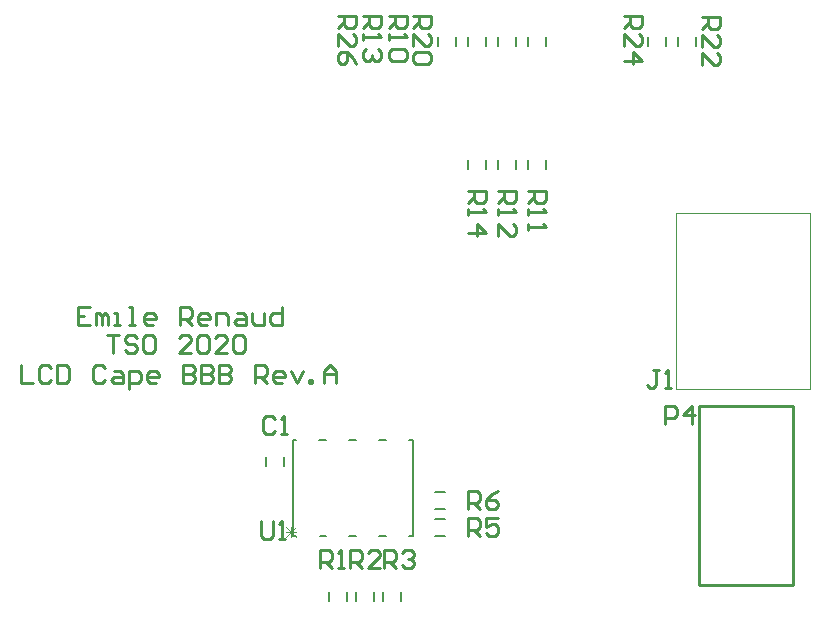
<source format=gto>
G04*
G04 #@! TF.GenerationSoftware,Altium Limited,Altium Designer,20.0.7 (75)*
G04*
G04 Layer_Color=65535*
%FSLAX44Y44*%
%MOMM*%
G71*
G01*
G75*
%ADD10C,0.2000*%
%ADD11C,0.2540*%
%ADD12C,0.1000*%
%ADD13C,0.1524*%
%ADD14C,0.0762*%
D10*
X559950Y562420D02*
Y570420D01*
X544950Y562420D02*
Y570420D01*
X570350Y562420D02*
Y570420D01*
X585350Y562420D02*
Y570420D01*
X763150Y562420D02*
Y570420D01*
X748150Y562420D02*
Y570420D01*
X737750Y562420D02*
Y570420D01*
X722750Y562420D02*
Y570420D01*
X636150Y562420D02*
Y570420D01*
X621150Y562420D02*
Y570420D01*
X595750Y562420D02*
Y570420D01*
X610750Y562420D02*
Y570420D01*
X621150Y458280D02*
Y466280D01*
X636150Y458280D02*
Y466280D01*
X610750Y458280D02*
Y466280D01*
X595750Y458280D02*
Y466280D01*
X585350Y458280D02*
Y466280D01*
X570350Y458280D02*
Y466280D01*
X542100Y170300D02*
X550100D01*
X542100Y185300D02*
X550100D01*
X542100Y162440D02*
X550100D01*
X542100Y147440D02*
X550100D01*
X497960Y92520D02*
Y100520D01*
X512960Y92520D02*
Y100520D01*
X467240Y92520D02*
Y100520D01*
X452240Y92520D02*
Y100520D01*
X475100Y92520D02*
Y100520D01*
X490100Y92520D02*
Y100520D01*
X413900Y206820D02*
Y214820D01*
X398900Y206820D02*
Y214820D01*
D11*
X765180Y257810D02*
X845180D01*
X765180Y106210D02*
Y257810D01*
Y106210D02*
X845180D01*
Y156210D02*
Y257810D01*
Y106210D02*
Y156210D01*
X191770Y292095D02*
Y276860D01*
X201927D01*
X217162Y289556D02*
X214623Y292095D01*
X209544D01*
X207005Y289556D01*
Y279399D01*
X209544Y276860D01*
X214623D01*
X217162Y279399D01*
X222240Y292095D02*
Y276860D01*
X229858D01*
X232397Y279399D01*
Y289556D01*
X229858Y292095D01*
X222240D01*
X262867Y289556D02*
X260328Y292095D01*
X255250D01*
X252710Y289556D01*
Y279399D01*
X255250Y276860D01*
X260328D01*
X262867Y279399D01*
X270485Y287017D02*
X275563D01*
X278102Y284478D01*
Y276860D01*
X270485D01*
X267945Y279399D01*
X270485Y281938D01*
X278102D01*
X283180Y271782D02*
Y287017D01*
X290798D01*
X293337Y284478D01*
Y279399D01*
X290798Y276860D01*
X283180D01*
X306033D02*
X300955D01*
X298416Y279399D01*
Y284478D01*
X300955Y287017D01*
X306033D01*
X308572Y284478D01*
Y281938D01*
X298416D01*
X328886Y292095D02*
Y276860D01*
X336503D01*
X339042Y279399D01*
Y281938D01*
X336503Y284478D01*
X328886D01*
X336503D01*
X339042Y287017D01*
Y289556D01*
X336503Y292095D01*
X328886D01*
X344121D02*
Y276860D01*
X351738D01*
X354277Y279399D01*
Y281938D01*
X351738Y284478D01*
X344121D01*
X351738D01*
X354277Y287017D01*
Y289556D01*
X351738Y292095D01*
X344121D01*
X359356D02*
Y276860D01*
X366973D01*
X369512Y279399D01*
Y281938D01*
X366973Y284478D01*
X359356D01*
X366973D01*
X369512Y287017D01*
Y289556D01*
X366973Y292095D01*
X359356D01*
X389826Y276860D02*
Y292095D01*
X397444D01*
X399983Y289556D01*
Y284478D01*
X397444Y281938D01*
X389826D01*
X394904D02*
X399983Y276860D01*
X412678D02*
X407600D01*
X405061Y279399D01*
Y284478D01*
X407600Y287017D01*
X412678D01*
X415218Y284478D01*
Y281938D01*
X405061D01*
X420296Y287017D02*
X425374Y276860D01*
X430453Y287017D01*
X435531Y276860D02*
Y279399D01*
X438070D01*
Y276860D01*
X435531D01*
X448227D02*
Y287017D01*
X453305Y292095D01*
X458384Y287017D01*
Y276860D01*
Y284478D01*
X448227D01*
X264160Y317495D02*
X274317D01*
X269238D01*
Y302260D01*
X289552Y314956D02*
X287013Y317495D01*
X281934D01*
X279395Y314956D01*
Y312417D01*
X281934Y309877D01*
X287013D01*
X289552Y307338D01*
Y304799D01*
X287013Y302260D01*
X281934D01*
X279395Y304799D01*
X302248Y317495D02*
X297169D01*
X294630Y314956D01*
Y304799D01*
X297169Y302260D01*
X302248D01*
X304787Y304799D01*
Y314956D01*
X302248Y317495D01*
X335257Y302260D02*
X325100D01*
X335257Y312417D01*
Y314956D01*
X332718Y317495D01*
X327640D01*
X325100Y314956D01*
X340335D02*
X342874Y317495D01*
X347953D01*
X350492Y314956D01*
Y304799D01*
X347953Y302260D01*
X342874D01*
X340335Y304799D01*
Y314956D01*
X365727Y302260D02*
X355570D01*
X365727Y312417D01*
Y314956D01*
X363188Y317495D01*
X358110D01*
X355570Y314956D01*
X370806D02*
X373345Y317495D01*
X378423D01*
X380962Y314956D01*
Y304799D01*
X378423Y302260D01*
X373345D01*
X370806Y304799D01*
Y314956D01*
X250187Y341625D02*
X240030D01*
Y326390D01*
X250187D01*
X240030Y334007D02*
X245108D01*
X255265Y326390D02*
Y336547D01*
X257804D01*
X260343Y334007D01*
Y326390D01*
Y334007D01*
X262883Y336547D01*
X265422Y334007D01*
Y326390D01*
X270500D02*
X275578D01*
X273039D01*
Y336547D01*
X270500D01*
X283196Y326390D02*
X288274D01*
X285735D01*
Y341625D01*
X283196D01*
X303510Y326390D02*
X298431D01*
X295892Y328929D01*
Y334007D01*
X298431Y336547D01*
X303510D01*
X306049Y334007D01*
Y331468D01*
X295892D01*
X326362Y326390D02*
Y341625D01*
X333980D01*
X336519Y339086D01*
Y334007D01*
X333980Y331468D01*
X326362D01*
X331440D02*
X336519Y326390D01*
X349215D02*
X344136D01*
X341597Y328929D01*
Y334007D01*
X344136Y336547D01*
X349215D01*
X351754Y334007D01*
Y331468D01*
X341597D01*
X356832Y326390D02*
Y336547D01*
X364450D01*
X366989Y334007D01*
Y326390D01*
X374607Y336547D02*
X379685D01*
X382224Y334007D01*
Y326390D01*
X374607D01*
X372067Y328929D01*
X374607Y331468D01*
X382224D01*
X387302Y336547D02*
Y328929D01*
X389841Y326390D01*
X397459D01*
Y336547D01*
X412694Y341625D02*
Y326390D01*
X405077D01*
X402537Y328929D01*
Y334007D01*
X405077Y336547D01*
X412694D01*
X481333Y588004D02*
X496567D01*
Y580386D01*
X494028Y577847D01*
X488950D01*
X486411Y580386D01*
Y588004D01*
Y582925D02*
X481333Y577847D01*
Y572769D02*
Y567690D01*
Y570230D01*
X496567D01*
X494028Y572769D01*
Y560073D02*
X496567Y557534D01*
Y552455D01*
X494028Y549916D01*
X491489D01*
X488950Y552455D01*
Y554995D01*
Y552455D01*
X486411Y549916D01*
X483872D01*
X481333Y552455D01*
Y557534D01*
X483872Y560073D01*
X394973Y160018D02*
Y147322D01*
X397513Y144782D01*
X402591D01*
X405130Y147322D01*
Y160018D01*
X410208Y144782D02*
X415287D01*
X412748D01*
Y160018D01*
X410208Y157478D01*
X459743Y588003D02*
X474978D01*
Y580386D01*
X472438Y577847D01*
X467360D01*
X464821Y580386D01*
Y588003D01*
Y582925D02*
X459743Y577847D01*
Y562612D02*
Y572768D01*
X469899Y562612D01*
X472438D01*
X474978Y565151D01*
Y570229D01*
X472438Y572768D01*
X474978Y547377D02*
X472438Y552455D01*
X467360Y557533D01*
X462282D01*
X459743Y554994D01*
Y549916D01*
X462282Y547377D01*
X464821D01*
X467360Y549916D01*
Y557533D01*
X702312Y588003D02*
X717548D01*
Y580386D01*
X715008Y577847D01*
X709930D01*
X707391Y580386D01*
Y588003D01*
Y582925D02*
X702312Y577847D01*
Y562612D02*
Y572768D01*
X712469Y562612D01*
X715008D01*
X717548Y565151D01*
Y570229D01*
X715008Y572768D01*
X702312Y549916D02*
X717548D01*
X709930Y557533D01*
Y547377D01*
X768353Y586733D02*
X783588D01*
Y579116D01*
X781048Y576577D01*
X775970D01*
X773431Y579116D01*
Y586733D01*
Y581655D02*
X768353Y576577D01*
Y561342D02*
Y571498D01*
X778509Y561342D01*
X781048D01*
X783588Y563881D01*
Y568959D01*
X781048Y571498D01*
X768353Y546106D02*
Y556263D01*
X778509Y546106D01*
X781048D01*
X783588Y548646D01*
Y553724D01*
X781048Y556263D01*
X523242Y588003D02*
X538478D01*
Y580386D01*
X535938Y577847D01*
X530860D01*
X528321Y580386D01*
Y588003D01*
Y582925D02*
X523242Y577847D01*
Y562612D02*
Y572768D01*
X533399Y562612D01*
X535938D01*
X538478Y565151D01*
Y570229D01*
X535938Y572768D01*
Y557533D02*
X538478Y554994D01*
Y549916D01*
X535938Y547377D01*
X525782D01*
X523242Y549916D01*
Y554994D01*
X525782Y557533D01*
X535938D01*
X570233Y439414D02*
X585468D01*
Y431796D01*
X582928Y429257D01*
X577850D01*
X575311Y431796D01*
Y439414D01*
Y434336D02*
X570233Y429257D01*
Y424179D02*
Y419100D01*
Y421640D01*
X585468D01*
X582928Y424179D01*
X570233Y403865D02*
X585468D01*
X577850Y411483D01*
Y401326D01*
X595633Y439414D02*
X610868D01*
Y431796D01*
X608328Y429257D01*
X603250D01*
X600711Y431796D01*
Y439414D01*
Y434336D02*
X595633Y429257D01*
Y424179D02*
Y419100D01*
Y421640D01*
X610868D01*
X608328Y424179D01*
X595633Y401326D02*
Y411483D01*
X605789Y401326D01*
X608328D01*
X610868Y403865D01*
Y408944D01*
X608328Y411483D01*
X621032Y439415D02*
X636268D01*
Y431797D01*
X633728Y429258D01*
X628650D01*
X626111Y431797D01*
Y439415D01*
Y434336D02*
X621032Y429258D01*
Y424180D02*
Y419101D01*
Y421640D01*
X636268D01*
X633728Y424180D01*
X621032Y411484D02*
Y406405D01*
Y408945D01*
X636268D01*
X633728Y411484D01*
X502923Y588004D02*
X518158D01*
Y580386D01*
X515618Y577847D01*
X510540D01*
X508001Y580386D01*
Y588004D01*
Y582925D02*
X502923Y577847D01*
Y572769D02*
Y567690D01*
Y570229D01*
X518158D01*
X515618Y572769D01*
Y560073D02*
X518158Y557534D01*
Y552455D01*
X515618Y549916D01*
X505462D01*
X502923Y552455D01*
Y557534D01*
X505462Y560073D01*
X515618D01*
X570234Y170182D02*
Y185417D01*
X577852D01*
X580391Y182878D01*
Y177800D01*
X577852Y175261D01*
X570234D01*
X575312D02*
X580391Y170182D01*
X595626Y185417D02*
X590547Y182878D01*
X585469Y177800D01*
Y172722D01*
X588008Y170182D01*
X593087D01*
X595626Y172722D01*
Y175261D01*
X593087Y177800D01*
X585469D01*
X570234Y147323D02*
Y162558D01*
X577852D01*
X580391Y160018D01*
Y154940D01*
X577852Y152401D01*
X570234D01*
X575312D02*
X580391Y147323D01*
X595626Y162558D02*
X585469D01*
Y154940D01*
X590547Y157479D01*
X593087D01*
X595626Y154940D01*
Y149862D01*
X593087Y147323D01*
X588008D01*
X585469Y149862D01*
X499114Y120653D02*
Y135887D01*
X506732D01*
X509271Y133348D01*
Y128270D01*
X506732Y125731D01*
X499114D01*
X504193D02*
X509271Y120653D01*
X514349Y133348D02*
X516888Y135887D01*
X521967D01*
X524506Y133348D01*
Y130809D01*
X521967Y128270D01*
X519427D01*
X521967D01*
X524506Y125731D01*
Y123192D01*
X521967Y120653D01*
X516888D01*
X514349Y123192D01*
X470082Y120602D02*
Y135837D01*
X477700D01*
X480239Y133298D01*
Y128219D01*
X477700Y125680D01*
X470082D01*
X475160D02*
X480239Y120602D01*
X495474D02*
X485317D01*
X495474Y130758D01*
Y133298D01*
X492934Y135837D01*
X487856D01*
X485317Y133298D01*
X444503Y120653D02*
Y135887D01*
X452121D01*
X454660Y133348D01*
Y128270D01*
X452121Y125731D01*
X444503D01*
X449582D02*
X454660Y120653D01*
X459738D02*
X464817D01*
X462278D01*
Y135887D01*
X459738Y133348D01*
X736604Y242572D02*
Y257808D01*
X744222D01*
X746761Y255268D01*
Y250190D01*
X744222Y247651D01*
X736604D01*
X759457Y242572D02*
Y257808D01*
X751839Y250190D01*
X761996D01*
X731520Y288288D02*
X726442D01*
X728981D01*
Y275592D01*
X726442Y273053D01*
X723903D01*
X721363Y275592D01*
X736598Y273053D02*
X741677D01*
X739138D01*
Y288288D01*
X736598Y285748D01*
X406400Y246378D02*
X403861Y248918D01*
X398783D01*
X396243Y246378D01*
Y236222D01*
X398783Y233682D01*
X403861D01*
X406400Y236222D01*
X411478Y233682D02*
X416557D01*
X414018D01*
Y248918D01*
X411478Y246378D01*
D12*
X859890Y272210D02*
Y421210D01*
X745890Y272210D02*
X859890D01*
X745890D02*
Y421210D01*
X859890D01*
D13*
X523240Y147320D02*
Y228600D01*
X520141D02*
X523240D01*
X421640Y147320D02*
Y228600D01*
Y147320D02*
X424409D01*
X444271D02*
X450139D01*
X469341D02*
X475539D01*
X494741D02*
X500939D01*
X520141D02*
X523240D01*
X494741Y228600D02*
X500939D01*
X469341D02*
X475539D01*
X443941D02*
X450139D01*
X421640D02*
X424739D01*
D14*
X415886Y146685D02*
X424350Y155149D01*
Y146685D02*
X415886Y155149D01*
X420118Y146685D02*
Y155149D01*
X424350Y150917D02*
X415886D01*
M02*

</source>
